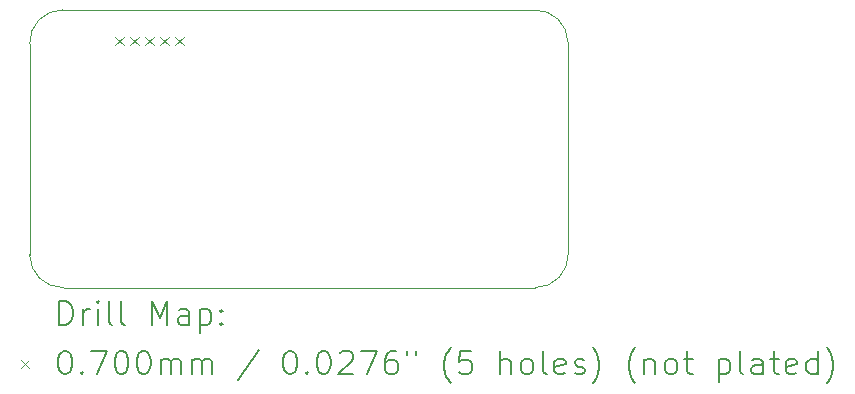
<source format=gbr>
%TF.GenerationSoftware,KiCad,Pcbnew,(6.0.7)*%
%TF.CreationDate,2022-10-28T10:56:26+02:00*%
%TF.ProjectId,LDAD ATOM PRO,4c444144-2041-4544-9f4d-2050524f2e6b,5.3*%
%TF.SameCoordinates,Original*%
%TF.FileFunction,Drillmap*%
%TF.FilePolarity,Positive*%
%FSLAX45Y45*%
G04 Gerber Fmt 4.5, Leading zero omitted, Abs format (unit mm)*
G04 Created by KiCad (PCBNEW (6.0.7)) date 2022-10-28 10:56:26*
%MOMM*%
%LPD*%
G01*
G04 APERTURE LIST*
%ADD10C,0.100000*%
%ADD11C,0.200000*%
%ADD12C,0.070000*%
G04 APERTURE END LIST*
D10*
X11910315Y-10919793D02*
X15903973Y-10920000D01*
X16181179Y-8848000D02*
G75*
G03*
X15893000Y-8570000I-278189J-10D01*
G01*
X15903973Y-10920002D02*
G75*
G03*
X16181972Y-10631820I-3J278182D01*
G01*
X11900387Y-8568955D02*
X15893000Y-8570000D01*
X16181972Y-10631820D02*
X16181180Y-8848000D01*
X11622138Y-10641793D02*
G75*
G03*
X11910315Y-10919793I278182J3D01*
G01*
X11622135Y-10641793D02*
X11622387Y-8857135D01*
X11900387Y-8568956D02*
G75*
G03*
X11622387Y-8857135I-27J-278154D01*
G01*
D11*
D12*
X12348000Y-8795550D02*
X12418000Y-8865550D01*
X12418000Y-8795550D02*
X12348000Y-8865550D01*
X12475000Y-8795550D02*
X12545000Y-8865550D01*
X12545000Y-8795550D02*
X12475000Y-8865550D01*
X12602000Y-8795550D02*
X12672000Y-8865550D01*
X12672000Y-8795550D02*
X12602000Y-8865550D01*
X12729000Y-8795550D02*
X12799000Y-8865550D01*
X12799000Y-8795550D02*
X12729000Y-8865550D01*
X12856000Y-8795550D02*
X12926000Y-8865550D01*
X12926000Y-8795550D02*
X12856000Y-8865550D01*
D11*
X11874754Y-11235476D02*
X11874754Y-11035476D01*
X11922373Y-11035476D01*
X11950944Y-11045000D01*
X11969992Y-11064048D01*
X11979516Y-11083095D01*
X11989040Y-11121190D01*
X11989040Y-11149762D01*
X11979516Y-11187857D01*
X11969992Y-11206905D01*
X11950944Y-11225952D01*
X11922373Y-11235476D01*
X11874754Y-11235476D01*
X12074754Y-11235476D02*
X12074754Y-11102143D01*
X12074754Y-11140238D02*
X12084278Y-11121190D01*
X12093801Y-11111667D01*
X12112849Y-11102143D01*
X12131897Y-11102143D01*
X12198563Y-11235476D02*
X12198563Y-11102143D01*
X12198563Y-11035476D02*
X12189040Y-11045000D01*
X12198563Y-11054524D01*
X12208087Y-11045000D01*
X12198563Y-11035476D01*
X12198563Y-11054524D01*
X12322373Y-11235476D02*
X12303325Y-11225952D01*
X12293801Y-11206905D01*
X12293801Y-11035476D01*
X12427135Y-11235476D02*
X12408087Y-11225952D01*
X12398563Y-11206905D01*
X12398563Y-11035476D01*
X12655706Y-11235476D02*
X12655706Y-11035476D01*
X12722373Y-11178333D01*
X12789040Y-11035476D01*
X12789040Y-11235476D01*
X12969992Y-11235476D02*
X12969992Y-11130714D01*
X12960468Y-11111667D01*
X12941421Y-11102143D01*
X12903325Y-11102143D01*
X12884278Y-11111667D01*
X12969992Y-11225952D02*
X12950944Y-11235476D01*
X12903325Y-11235476D01*
X12884278Y-11225952D01*
X12874754Y-11206905D01*
X12874754Y-11187857D01*
X12884278Y-11168809D01*
X12903325Y-11159286D01*
X12950944Y-11159286D01*
X12969992Y-11149762D01*
X13065230Y-11102143D02*
X13065230Y-11302143D01*
X13065230Y-11111667D02*
X13084278Y-11102143D01*
X13122373Y-11102143D01*
X13141421Y-11111667D01*
X13150944Y-11121190D01*
X13160468Y-11140238D01*
X13160468Y-11197381D01*
X13150944Y-11216428D01*
X13141421Y-11225952D01*
X13122373Y-11235476D01*
X13084278Y-11235476D01*
X13065230Y-11225952D01*
X13246182Y-11216428D02*
X13255706Y-11225952D01*
X13246182Y-11235476D01*
X13236659Y-11225952D01*
X13246182Y-11216428D01*
X13246182Y-11235476D01*
X13246182Y-11111667D02*
X13255706Y-11121190D01*
X13246182Y-11130714D01*
X13236659Y-11121190D01*
X13246182Y-11111667D01*
X13246182Y-11130714D01*
D12*
X11547135Y-11530000D02*
X11617135Y-11600000D01*
X11617135Y-11530000D02*
X11547135Y-11600000D01*
D11*
X11912849Y-11455476D02*
X11931897Y-11455476D01*
X11950944Y-11465000D01*
X11960468Y-11474524D01*
X11969992Y-11493571D01*
X11979516Y-11531666D01*
X11979516Y-11579286D01*
X11969992Y-11617381D01*
X11960468Y-11636428D01*
X11950944Y-11645952D01*
X11931897Y-11655476D01*
X11912849Y-11655476D01*
X11893801Y-11645952D01*
X11884278Y-11636428D01*
X11874754Y-11617381D01*
X11865230Y-11579286D01*
X11865230Y-11531666D01*
X11874754Y-11493571D01*
X11884278Y-11474524D01*
X11893801Y-11465000D01*
X11912849Y-11455476D01*
X12065230Y-11636428D02*
X12074754Y-11645952D01*
X12065230Y-11655476D01*
X12055706Y-11645952D01*
X12065230Y-11636428D01*
X12065230Y-11655476D01*
X12141421Y-11455476D02*
X12274754Y-11455476D01*
X12189040Y-11655476D01*
X12389040Y-11455476D02*
X12408087Y-11455476D01*
X12427135Y-11465000D01*
X12436659Y-11474524D01*
X12446182Y-11493571D01*
X12455706Y-11531666D01*
X12455706Y-11579286D01*
X12446182Y-11617381D01*
X12436659Y-11636428D01*
X12427135Y-11645952D01*
X12408087Y-11655476D01*
X12389040Y-11655476D01*
X12369992Y-11645952D01*
X12360468Y-11636428D01*
X12350944Y-11617381D01*
X12341421Y-11579286D01*
X12341421Y-11531666D01*
X12350944Y-11493571D01*
X12360468Y-11474524D01*
X12369992Y-11465000D01*
X12389040Y-11455476D01*
X12579516Y-11455476D02*
X12598563Y-11455476D01*
X12617611Y-11465000D01*
X12627135Y-11474524D01*
X12636659Y-11493571D01*
X12646182Y-11531666D01*
X12646182Y-11579286D01*
X12636659Y-11617381D01*
X12627135Y-11636428D01*
X12617611Y-11645952D01*
X12598563Y-11655476D01*
X12579516Y-11655476D01*
X12560468Y-11645952D01*
X12550944Y-11636428D01*
X12541421Y-11617381D01*
X12531897Y-11579286D01*
X12531897Y-11531666D01*
X12541421Y-11493571D01*
X12550944Y-11474524D01*
X12560468Y-11465000D01*
X12579516Y-11455476D01*
X12731897Y-11655476D02*
X12731897Y-11522143D01*
X12731897Y-11541190D02*
X12741421Y-11531666D01*
X12760468Y-11522143D01*
X12789040Y-11522143D01*
X12808087Y-11531666D01*
X12817611Y-11550714D01*
X12817611Y-11655476D01*
X12817611Y-11550714D02*
X12827135Y-11531666D01*
X12846182Y-11522143D01*
X12874754Y-11522143D01*
X12893801Y-11531666D01*
X12903325Y-11550714D01*
X12903325Y-11655476D01*
X12998563Y-11655476D02*
X12998563Y-11522143D01*
X12998563Y-11541190D02*
X13008087Y-11531666D01*
X13027135Y-11522143D01*
X13055706Y-11522143D01*
X13074754Y-11531666D01*
X13084278Y-11550714D01*
X13084278Y-11655476D01*
X13084278Y-11550714D02*
X13093801Y-11531666D01*
X13112849Y-11522143D01*
X13141421Y-11522143D01*
X13160468Y-11531666D01*
X13169992Y-11550714D01*
X13169992Y-11655476D01*
X13560468Y-11445952D02*
X13389040Y-11703095D01*
X13817611Y-11455476D02*
X13836659Y-11455476D01*
X13855706Y-11465000D01*
X13865230Y-11474524D01*
X13874754Y-11493571D01*
X13884278Y-11531666D01*
X13884278Y-11579286D01*
X13874754Y-11617381D01*
X13865230Y-11636428D01*
X13855706Y-11645952D01*
X13836659Y-11655476D01*
X13817611Y-11655476D01*
X13798563Y-11645952D01*
X13789040Y-11636428D01*
X13779516Y-11617381D01*
X13769992Y-11579286D01*
X13769992Y-11531666D01*
X13779516Y-11493571D01*
X13789040Y-11474524D01*
X13798563Y-11465000D01*
X13817611Y-11455476D01*
X13969992Y-11636428D02*
X13979516Y-11645952D01*
X13969992Y-11655476D01*
X13960468Y-11645952D01*
X13969992Y-11636428D01*
X13969992Y-11655476D01*
X14103325Y-11455476D02*
X14122373Y-11455476D01*
X14141421Y-11465000D01*
X14150944Y-11474524D01*
X14160468Y-11493571D01*
X14169992Y-11531666D01*
X14169992Y-11579286D01*
X14160468Y-11617381D01*
X14150944Y-11636428D01*
X14141421Y-11645952D01*
X14122373Y-11655476D01*
X14103325Y-11655476D01*
X14084278Y-11645952D01*
X14074754Y-11636428D01*
X14065230Y-11617381D01*
X14055706Y-11579286D01*
X14055706Y-11531666D01*
X14065230Y-11493571D01*
X14074754Y-11474524D01*
X14084278Y-11465000D01*
X14103325Y-11455476D01*
X14246182Y-11474524D02*
X14255706Y-11465000D01*
X14274754Y-11455476D01*
X14322373Y-11455476D01*
X14341421Y-11465000D01*
X14350944Y-11474524D01*
X14360468Y-11493571D01*
X14360468Y-11512619D01*
X14350944Y-11541190D01*
X14236659Y-11655476D01*
X14360468Y-11655476D01*
X14427135Y-11455476D02*
X14560468Y-11455476D01*
X14474754Y-11655476D01*
X14722373Y-11455476D02*
X14684278Y-11455476D01*
X14665230Y-11465000D01*
X14655706Y-11474524D01*
X14636659Y-11503095D01*
X14627135Y-11541190D01*
X14627135Y-11617381D01*
X14636659Y-11636428D01*
X14646182Y-11645952D01*
X14665230Y-11655476D01*
X14703325Y-11655476D01*
X14722373Y-11645952D01*
X14731897Y-11636428D01*
X14741421Y-11617381D01*
X14741421Y-11569762D01*
X14731897Y-11550714D01*
X14722373Y-11541190D01*
X14703325Y-11531666D01*
X14665230Y-11531666D01*
X14646182Y-11541190D01*
X14636659Y-11550714D01*
X14627135Y-11569762D01*
X14817611Y-11455476D02*
X14817611Y-11493571D01*
X14893801Y-11455476D02*
X14893801Y-11493571D01*
X15189040Y-11731666D02*
X15179516Y-11722143D01*
X15160468Y-11693571D01*
X15150944Y-11674524D01*
X15141421Y-11645952D01*
X15131897Y-11598333D01*
X15131897Y-11560238D01*
X15141421Y-11512619D01*
X15150944Y-11484047D01*
X15160468Y-11465000D01*
X15179516Y-11436428D01*
X15189040Y-11426905D01*
X15360468Y-11455476D02*
X15265230Y-11455476D01*
X15255706Y-11550714D01*
X15265230Y-11541190D01*
X15284278Y-11531666D01*
X15331897Y-11531666D01*
X15350944Y-11541190D01*
X15360468Y-11550714D01*
X15369992Y-11569762D01*
X15369992Y-11617381D01*
X15360468Y-11636428D01*
X15350944Y-11645952D01*
X15331897Y-11655476D01*
X15284278Y-11655476D01*
X15265230Y-11645952D01*
X15255706Y-11636428D01*
X15608087Y-11655476D02*
X15608087Y-11455476D01*
X15693801Y-11655476D02*
X15693801Y-11550714D01*
X15684278Y-11531666D01*
X15665230Y-11522143D01*
X15636659Y-11522143D01*
X15617611Y-11531666D01*
X15608087Y-11541190D01*
X15817611Y-11655476D02*
X15798563Y-11645952D01*
X15789040Y-11636428D01*
X15779516Y-11617381D01*
X15779516Y-11560238D01*
X15789040Y-11541190D01*
X15798563Y-11531666D01*
X15817611Y-11522143D01*
X15846182Y-11522143D01*
X15865230Y-11531666D01*
X15874754Y-11541190D01*
X15884278Y-11560238D01*
X15884278Y-11617381D01*
X15874754Y-11636428D01*
X15865230Y-11645952D01*
X15846182Y-11655476D01*
X15817611Y-11655476D01*
X15998563Y-11655476D02*
X15979516Y-11645952D01*
X15969992Y-11626905D01*
X15969992Y-11455476D01*
X16150944Y-11645952D02*
X16131897Y-11655476D01*
X16093801Y-11655476D01*
X16074754Y-11645952D01*
X16065230Y-11626905D01*
X16065230Y-11550714D01*
X16074754Y-11531666D01*
X16093801Y-11522143D01*
X16131897Y-11522143D01*
X16150944Y-11531666D01*
X16160468Y-11550714D01*
X16160468Y-11569762D01*
X16065230Y-11588809D01*
X16236659Y-11645952D02*
X16255706Y-11655476D01*
X16293801Y-11655476D01*
X16312849Y-11645952D01*
X16322373Y-11626905D01*
X16322373Y-11617381D01*
X16312849Y-11598333D01*
X16293801Y-11588809D01*
X16265230Y-11588809D01*
X16246182Y-11579286D01*
X16236659Y-11560238D01*
X16236659Y-11550714D01*
X16246182Y-11531666D01*
X16265230Y-11522143D01*
X16293801Y-11522143D01*
X16312849Y-11531666D01*
X16389040Y-11731666D02*
X16398563Y-11722143D01*
X16417611Y-11693571D01*
X16427135Y-11674524D01*
X16436659Y-11645952D01*
X16446182Y-11598333D01*
X16446182Y-11560238D01*
X16436659Y-11512619D01*
X16427135Y-11484047D01*
X16417611Y-11465000D01*
X16398563Y-11436428D01*
X16389040Y-11426905D01*
X16750944Y-11731666D02*
X16741421Y-11722143D01*
X16722373Y-11693571D01*
X16712849Y-11674524D01*
X16703325Y-11645952D01*
X16693801Y-11598333D01*
X16693801Y-11560238D01*
X16703325Y-11512619D01*
X16712849Y-11484047D01*
X16722373Y-11465000D01*
X16741421Y-11436428D01*
X16750944Y-11426905D01*
X16827135Y-11522143D02*
X16827135Y-11655476D01*
X16827135Y-11541190D02*
X16836659Y-11531666D01*
X16855706Y-11522143D01*
X16884278Y-11522143D01*
X16903325Y-11531666D01*
X16912849Y-11550714D01*
X16912849Y-11655476D01*
X17036659Y-11655476D02*
X17017611Y-11645952D01*
X17008087Y-11636428D01*
X16998563Y-11617381D01*
X16998563Y-11560238D01*
X17008087Y-11541190D01*
X17017611Y-11531666D01*
X17036659Y-11522143D01*
X17065230Y-11522143D01*
X17084278Y-11531666D01*
X17093802Y-11541190D01*
X17103325Y-11560238D01*
X17103325Y-11617381D01*
X17093802Y-11636428D01*
X17084278Y-11645952D01*
X17065230Y-11655476D01*
X17036659Y-11655476D01*
X17160468Y-11522143D02*
X17236659Y-11522143D01*
X17189040Y-11455476D02*
X17189040Y-11626905D01*
X17198563Y-11645952D01*
X17217611Y-11655476D01*
X17236659Y-11655476D01*
X17455706Y-11522143D02*
X17455706Y-11722143D01*
X17455706Y-11531666D02*
X17474754Y-11522143D01*
X17512849Y-11522143D01*
X17531897Y-11531666D01*
X17541421Y-11541190D01*
X17550944Y-11560238D01*
X17550944Y-11617381D01*
X17541421Y-11636428D01*
X17531897Y-11645952D01*
X17512849Y-11655476D01*
X17474754Y-11655476D01*
X17455706Y-11645952D01*
X17665230Y-11655476D02*
X17646183Y-11645952D01*
X17636659Y-11626905D01*
X17636659Y-11455476D01*
X17827135Y-11655476D02*
X17827135Y-11550714D01*
X17817611Y-11531666D01*
X17798563Y-11522143D01*
X17760468Y-11522143D01*
X17741421Y-11531666D01*
X17827135Y-11645952D02*
X17808087Y-11655476D01*
X17760468Y-11655476D01*
X17741421Y-11645952D01*
X17731897Y-11626905D01*
X17731897Y-11607857D01*
X17741421Y-11588809D01*
X17760468Y-11579286D01*
X17808087Y-11579286D01*
X17827135Y-11569762D01*
X17893802Y-11522143D02*
X17969992Y-11522143D01*
X17922373Y-11455476D02*
X17922373Y-11626905D01*
X17931897Y-11645952D01*
X17950944Y-11655476D01*
X17969992Y-11655476D01*
X18112849Y-11645952D02*
X18093802Y-11655476D01*
X18055706Y-11655476D01*
X18036659Y-11645952D01*
X18027135Y-11626905D01*
X18027135Y-11550714D01*
X18036659Y-11531666D01*
X18055706Y-11522143D01*
X18093802Y-11522143D01*
X18112849Y-11531666D01*
X18122373Y-11550714D01*
X18122373Y-11569762D01*
X18027135Y-11588809D01*
X18293802Y-11655476D02*
X18293802Y-11455476D01*
X18293802Y-11645952D02*
X18274754Y-11655476D01*
X18236659Y-11655476D01*
X18217611Y-11645952D01*
X18208087Y-11636428D01*
X18198563Y-11617381D01*
X18198563Y-11560238D01*
X18208087Y-11541190D01*
X18217611Y-11531666D01*
X18236659Y-11522143D01*
X18274754Y-11522143D01*
X18293802Y-11531666D01*
X18369992Y-11731666D02*
X18379516Y-11722143D01*
X18398563Y-11693571D01*
X18408087Y-11674524D01*
X18417611Y-11645952D01*
X18427135Y-11598333D01*
X18427135Y-11560238D01*
X18417611Y-11512619D01*
X18408087Y-11484047D01*
X18398563Y-11465000D01*
X18379516Y-11436428D01*
X18369992Y-11426905D01*
M02*

</source>
